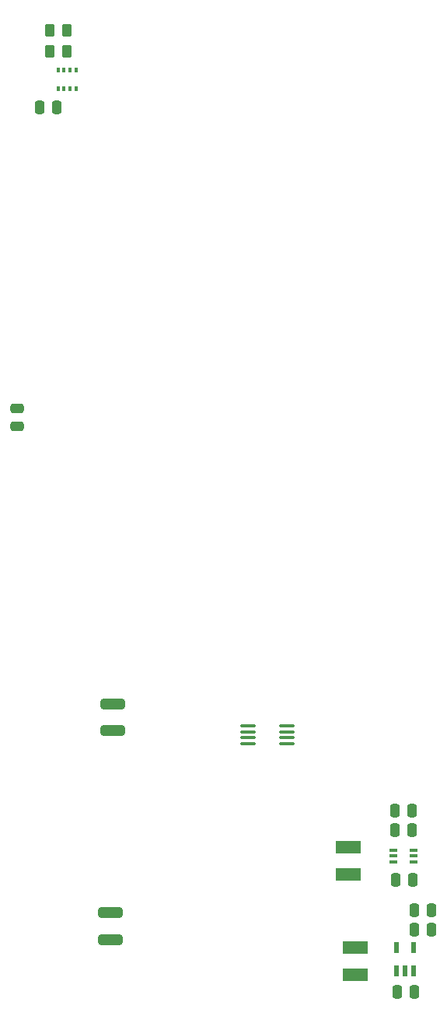
<source format=gtp>
G04 #@! TF.GenerationSoftware,KiCad,Pcbnew,7.0.7*
G04 #@! TF.CreationDate,2024-01-04T23:51:07+01:00*
G04 #@! TF.ProjectId,ExternalPCB,45787465-726e-4616-9c50-43422e6b6963,A*
G04 #@! TF.SameCoordinates,Original*
G04 #@! TF.FileFunction,Paste,Top*
G04 #@! TF.FilePolarity,Positive*
%FSLAX46Y46*%
G04 Gerber Fmt 4.6, Leading zero omitted, Abs format (unit mm)*
G04 Created by KiCad (PCBNEW 7.0.7) date 2024-01-04 23:51:07*
%MOMM*%
%LPD*%
G01*
G04 APERTURE LIST*
G04 Aperture macros list*
%AMRoundRect*
0 Rectangle with rounded corners*
0 $1 Rounding radius*
0 $2 $3 $4 $5 $6 $7 $8 $9 X,Y pos of 4 corners*
0 Add a 4 corners polygon primitive as box body*
4,1,4,$2,$3,$4,$5,$6,$7,$8,$9,$2,$3,0*
0 Add four circle primitives for the rounded corners*
1,1,$1+$1,$2,$3*
1,1,$1+$1,$4,$5*
1,1,$1+$1,$6,$7*
1,1,$1+$1,$8,$9*
0 Add four rect primitives between the rounded corners*
20,1,$1+$1,$2,$3,$4,$5,0*
20,1,$1+$1,$4,$5,$6,$7,0*
20,1,$1+$1,$6,$7,$8,$9,0*
20,1,$1+$1,$8,$9,$2,$3,0*%
G04 Aperture macros list end*
%ADD10R,0.600000X1.200000*%
%ADD11R,2.700000X1.450000*%
%ADD12RoundRect,0.250000X-1.075000X0.312500X-1.075000X-0.312500X1.075000X-0.312500X1.075000X0.312500X0*%
%ADD13RoundRect,0.250000X-0.250000X-0.475000X0.250000X-0.475000X0.250000X0.475000X-0.250000X0.475000X0*%
%ADD14RoundRect,0.250000X1.075000X-0.312500X1.075000X0.312500X-1.075000X0.312500X-1.075000X-0.312500X0*%
%ADD15RoundRect,0.100000X-0.712500X-0.100000X0.712500X-0.100000X0.712500X0.100000X-0.712500X0.100000X0*%
%ADD16R,0.900000X0.400000*%
%ADD17RoundRect,0.250000X-0.262500X-0.450000X0.262500X-0.450000X0.262500X0.450000X-0.262500X0.450000X0*%
%ADD18R,0.350000X0.500000*%
%ADD19RoundRect,0.250000X0.475000X-0.250000X0.475000X0.250000X-0.475000X0.250000X-0.475000X-0.250000X0*%
%ADD20RoundRect,0.250000X0.250000X0.475000X-0.250000X0.475000X-0.250000X-0.475000X0.250000X-0.475000X0*%
G04 APERTURE END LIST*
D10*
X90556000Y-146010000D03*
X91506000Y-146010000D03*
X92456000Y-146010000D03*
X92456000Y-143510000D03*
X90556000Y-143510000D03*
D11*
X86106000Y-146460000D03*
X86106000Y-143510000D03*
X85344000Y-135538000D03*
X85344000Y-132588000D03*
D12*
X59436000Y-139700000D03*
X59436000Y-142625000D03*
D13*
X90626000Y-148336000D03*
X92526000Y-148336000D03*
D14*
X59690000Y-119888000D03*
X59690000Y-116963000D03*
D15*
X74435000Y-119380000D03*
X74435000Y-120030000D03*
X74435000Y-120680000D03*
X74435000Y-121330000D03*
X78660000Y-121330000D03*
X78660000Y-120680000D03*
X78660000Y-120030000D03*
X78660000Y-119380000D03*
D16*
X92414200Y-134188200D03*
X92414200Y-133538200D03*
X92414200Y-132888200D03*
X90214200Y-132888200D03*
X90214200Y-133538200D03*
X90214200Y-134188200D03*
D13*
X90450600Y-136118600D03*
X92350600Y-136118600D03*
X90379400Y-130708400D03*
X92279400Y-130708400D03*
X92522000Y-141572400D03*
X94422000Y-141572400D03*
D17*
X52851000Y-43688000D03*
X54676000Y-43688000D03*
X52851000Y-45974000D03*
X54676000Y-45974000D03*
D18*
X53701000Y-47997000D03*
X54351000Y-47997000D03*
X55001000Y-47997000D03*
X55651000Y-47997000D03*
X55651000Y-50047000D03*
X55001000Y-50047000D03*
X54351000Y-50047000D03*
X53701000Y-50047000D03*
D13*
X92522000Y-139438800D03*
X94422000Y-139438800D03*
D19*
X49276000Y-86736000D03*
X49276000Y-84836000D03*
D13*
X90394600Y-128574800D03*
X92294600Y-128574800D03*
D20*
X53594000Y-52070000D03*
X51694000Y-52070000D03*
M02*

</source>
